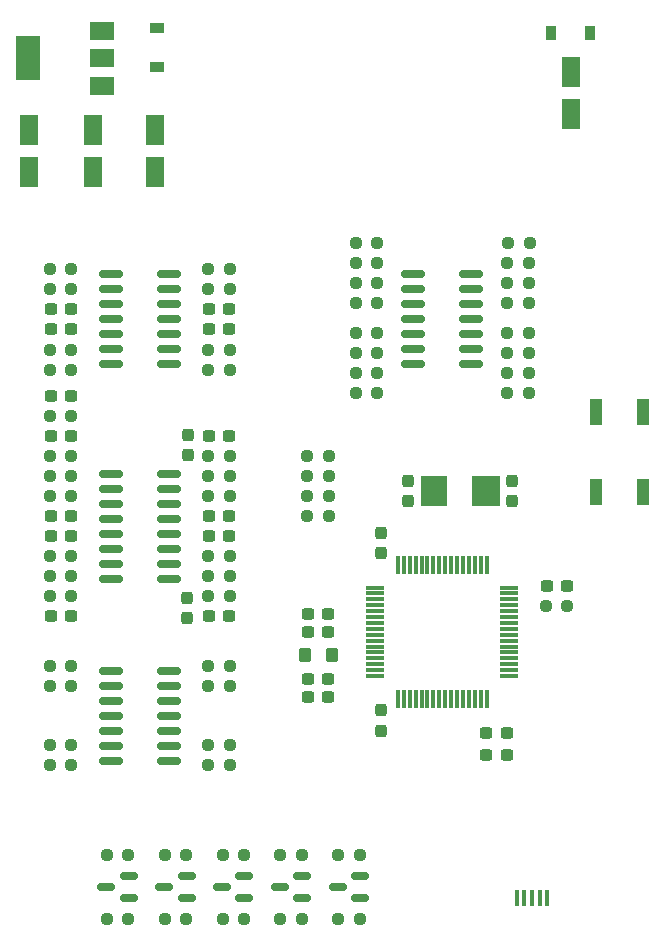
<source format=gbr>
%TF.GenerationSoftware,KiCad,Pcbnew,(5.99.0-12348-g4b436fb86d)*%
%TF.CreationDate,2021-09-23T11:19:06+01:00*%
%TF.ProjectId,Ampelope_Components,416d7065-6c6f-4706-955f-436f6d706f6e,rev?*%
%TF.SameCoordinates,Original*%
%TF.FileFunction,Paste,Top*%
%TF.FilePolarity,Positive*%
%FSLAX46Y46*%
G04 Gerber Fmt 4.6, Leading zero omitted, Abs format (unit mm)*
G04 Created by KiCad (PCBNEW (5.99.0-12348-g4b436fb86d)) date 2021-09-23 11:19:06*
%MOMM*%
%LPD*%
G01*
G04 APERTURE LIST*
G04 Aperture macros list*
%AMRoundRect*
0 Rectangle with rounded corners*
0 $1 Rounding radius*
0 $2 $3 $4 $5 $6 $7 $8 $9 X,Y pos of 4 corners*
0 Add a 4 corners polygon primitive as box body*
4,1,4,$2,$3,$4,$5,$6,$7,$8,$9,$2,$3,0*
0 Add four circle primitives for the rounded corners*
1,1,$1+$1,$2,$3*
1,1,$1+$1,$4,$5*
1,1,$1+$1,$6,$7*
1,1,$1+$1,$8,$9*
0 Add four rect primitives between the rounded corners*
20,1,$1+$1,$2,$3,$4,$5,0*
20,1,$1+$1,$4,$5,$6,$7,0*
20,1,$1+$1,$6,$7,$8,$9,0*
20,1,$1+$1,$8,$9,$2,$3,0*%
G04 Aperture macros list end*
%ADD10RoundRect,0.150000X0.587500X0.150000X-0.587500X0.150000X-0.587500X-0.150000X0.587500X-0.150000X0*%
%ADD11RoundRect,0.250000X0.550000X-1.050000X0.550000X1.050000X-0.550000X1.050000X-0.550000X-1.050000X0*%
%ADD12RoundRect,0.237500X-0.300000X-0.237500X0.300000X-0.237500X0.300000X0.237500X-0.300000X0.237500X0*%
%ADD13RoundRect,0.237500X-0.250000X-0.237500X0.250000X-0.237500X0.250000X0.237500X-0.250000X0.237500X0*%
%ADD14RoundRect,0.237500X0.250000X0.237500X-0.250000X0.237500X-0.250000X-0.237500X0.250000X-0.237500X0*%
%ADD15RoundRect,0.237500X-0.237500X0.300000X-0.237500X-0.300000X0.237500X-0.300000X0.237500X0.300000X0*%
%ADD16RoundRect,0.250000X-0.275000X-0.350000X0.275000X-0.350000X0.275000X0.350000X-0.275000X0.350000X0*%
%ADD17RoundRect,0.150000X-0.825000X-0.150000X0.825000X-0.150000X0.825000X0.150000X-0.825000X0.150000X0*%
%ADD18R,0.400000X1.350000*%
%ADD19RoundRect,0.250000X-0.550000X1.050000X-0.550000X-1.050000X0.550000X-1.050000X0.550000X1.050000X0*%
%ADD20RoundRect,0.237500X0.300000X0.237500X-0.300000X0.237500X-0.300000X-0.237500X0.300000X-0.237500X0*%
%ADD21RoundRect,0.075000X-0.075000X0.700000X-0.075000X-0.700000X0.075000X-0.700000X0.075000X0.700000X0*%
%ADD22RoundRect,0.075000X-0.700000X0.075000X-0.700000X-0.075000X0.700000X-0.075000X0.700000X0.075000X0*%
%ADD23R,2.325000X2.500000*%
%ADD24R,2.375000X2.500000*%
%ADD25R,1.200000X0.900000*%
%ADD26R,2.000000X1.500000*%
%ADD27R,2.000000X3.800000*%
%ADD28R,1.000000X2.200000*%
%ADD29RoundRect,0.237500X0.237500X-0.300000X0.237500X0.300000X-0.237500X0.300000X-0.237500X-0.300000X0*%
%ADD30R,0.900000X1.200000*%
G04 APERTURE END LIST*
D10*
%TO.C,Q5*%
X134650000Y-126150000D03*
X134650000Y-124250000D03*
X132775000Y-125200000D03*
%TD*%
%TO.C,Q4*%
X129750000Y-126150000D03*
X129750000Y-124250000D03*
X127875000Y-125200000D03*
%TD*%
%TO.C,Q3*%
X124850000Y-126150000D03*
X124850000Y-124250000D03*
X122975000Y-125200000D03*
%TD*%
%TO.C,Q2*%
X119950000Y-126150000D03*
X119950000Y-124250000D03*
X118075000Y-125200000D03*
%TD*%
%TO.C,Q1*%
X115050000Y-126150000D03*
X115050000Y-124250000D03*
X113175000Y-125200000D03*
%TD*%
D11*
%TO.C,C4*%
X152500000Y-59800000D03*
X152500000Y-56200000D03*
%TD*%
D12*
%TO.C,C18*%
X108437500Y-87000000D03*
X110162500Y-87000000D03*
%TD*%
D13*
%TO.C,R60*%
X147187500Y-70700000D03*
X149012500Y-70700000D03*
%TD*%
D14*
%TO.C,R6*%
X123612500Y-74600000D03*
X121787500Y-74600000D03*
%TD*%
D13*
%TO.C,R59*%
X147087500Y-81700000D03*
X148912500Y-81700000D03*
%TD*%
D15*
%TO.C,C21*%
X120000000Y-100737500D03*
X120000000Y-102462500D03*
%TD*%
D13*
%TO.C,R51*%
X147087500Y-83400000D03*
X148912500Y-83400000D03*
%TD*%
%TO.C,R4*%
X108387500Y-79700000D03*
X110212500Y-79700000D03*
%TD*%
%TO.C,R46*%
X147087500Y-74100000D03*
X148912500Y-74100000D03*
%TD*%
D15*
%TO.C,C24*%
X147550000Y-90837500D03*
X147550000Y-92562500D03*
%TD*%
D13*
%TO.C,R12*%
X123000000Y-127900000D03*
X124825000Y-127900000D03*
%TD*%
D16*
%TO.C,L1*%
X129950000Y-105600000D03*
X132250000Y-105600000D03*
%TD*%
D14*
%TO.C,R19*%
X110212500Y-108200000D03*
X108387500Y-108200000D03*
%TD*%
D12*
%TO.C,C20*%
X108437500Y-83600000D03*
X110162500Y-83600000D03*
%TD*%
%TO.C,C28*%
X108437500Y-93800000D03*
X110162500Y-93800000D03*
%TD*%
D13*
%TO.C,R21*%
X121787500Y-113200000D03*
X123612500Y-113200000D03*
%TD*%
%TO.C,R3*%
X108387500Y-81400000D03*
X110212500Y-81400000D03*
%TD*%
D17*
%TO.C,U6*%
X139125000Y-73290000D03*
X139125000Y-74560000D03*
X139125000Y-75830000D03*
X139125000Y-77100000D03*
X139125000Y-78370000D03*
X139125000Y-79640000D03*
X139125000Y-80910000D03*
X144075000Y-80910000D03*
X144075000Y-79640000D03*
X144075000Y-78370000D03*
X144075000Y-77100000D03*
X144075000Y-75830000D03*
X144075000Y-74560000D03*
X144075000Y-73290000D03*
%TD*%
D18*
%TO.C,J8*%
X147900000Y-126150000D03*
X148550000Y-126150000D03*
X149200000Y-126150000D03*
X149850000Y-126150000D03*
X150500000Y-126150000D03*
%TD*%
D19*
%TO.C,C3*%
X117300000Y-61100000D03*
X117300000Y-64700000D03*
%TD*%
D13*
%TO.C,R29*%
X108387500Y-88700000D03*
X110212500Y-88700000D03*
%TD*%
D17*
%TO.C,U2*%
X113525000Y-90255000D03*
X113525000Y-91525000D03*
X113525000Y-92795000D03*
X113525000Y-94065000D03*
X113525000Y-95335000D03*
X113525000Y-96605000D03*
X113525000Y-97875000D03*
X113525000Y-99145000D03*
X118475000Y-99145000D03*
X118475000Y-97875000D03*
X118475000Y-96605000D03*
X118475000Y-95335000D03*
X118475000Y-94065000D03*
X118475000Y-92795000D03*
X118475000Y-91525000D03*
X118475000Y-90255000D03*
%TD*%
D14*
%TO.C,R43*%
X136112500Y-74100000D03*
X134287500Y-74100000D03*
%TD*%
D13*
%TO.C,R32*%
X121787500Y-90400000D03*
X123612500Y-90400000D03*
%TD*%
%TO.C,R26*%
X121787500Y-106500000D03*
X123612500Y-106500000D03*
%TD*%
%TO.C,R45*%
X147087500Y-80000000D03*
X148912500Y-80000000D03*
%TD*%
D14*
%TO.C,R34*%
X110212500Y-90400000D03*
X108387500Y-90400000D03*
%TD*%
%TO.C,R20*%
X110212500Y-113200000D03*
X108387500Y-113200000D03*
%TD*%
D19*
%TO.C,C2*%
X112000000Y-61100000D03*
X112000000Y-64700000D03*
%TD*%
D13*
%TO.C,R1*%
X108387500Y-72900000D03*
X110212500Y-72900000D03*
%TD*%
D14*
%TO.C,R39*%
X132012500Y-92100000D03*
X130187500Y-92100000D03*
%TD*%
D13*
%TO.C,R52*%
X147087500Y-72400000D03*
X148912500Y-72400000D03*
%TD*%
D15*
%TO.C,C23*%
X136400000Y-95237500D03*
X136400000Y-96962500D03*
%TD*%
D14*
%TO.C,R24*%
X110212500Y-114900000D03*
X108387500Y-114900000D03*
%TD*%
D20*
%TO.C,C11*%
X147062500Y-112200000D03*
X145337500Y-112200000D03*
%TD*%
D14*
%TO.C,R44*%
X136112500Y-80000000D03*
X134287500Y-80000000D03*
%TD*%
%TO.C,R41*%
X132012500Y-88700000D03*
X130187500Y-88700000D03*
%TD*%
%TO.C,R36*%
X136112500Y-75800000D03*
X134287500Y-75800000D03*
%TD*%
D13*
%TO.C,R31*%
X108387500Y-85300000D03*
X110212500Y-85300000D03*
%TD*%
%TO.C,R14*%
X108387500Y-100600000D03*
X110212500Y-100600000D03*
%TD*%
%TO.C,R48*%
X132800000Y-127900000D03*
X134625000Y-127900000D03*
%TD*%
%TO.C,R16*%
X118100000Y-122500000D03*
X119925000Y-122500000D03*
%TD*%
D14*
%TO.C,R55*%
X110212500Y-97200000D03*
X108387500Y-97200000D03*
%TD*%
D19*
%TO.C,C1*%
X106600000Y-61100000D03*
X106600000Y-64700000D03*
%TD*%
D14*
%TO.C,R35*%
X132012500Y-93800000D03*
X130187500Y-93800000D03*
%TD*%
D21*
%TO.C,U1*%
X145350000Y-97925000D03*
X144850000Y-97925000D03*
X144350000Y-97925000D03*
X143850000Y-97925000D03*
X143350000Y-97925000D03*
X142850000Y-97925000D03*
X142350000Y-97925000D03*
X141850000Y-97925000D03*
X141350000Y-97925000D03*
X140850000Y-97925000D03*
X140350000Y-97925000D03*
X139850000Y-97925000D03*
X139350000Y-97925000D03*
X138850000Y-97925000D03*
X138350000Y-97925000D03*
X137850000Y-97925000D03*
D22*
X135925000Y-99850000D03*
X135925000Y-100350000D03*
X135925000Y-100850000D03*
X135925000Y-101350000D03*
X135925000Y-101850000D03*
X135925000Y-102350000D03*
X135925000Y-102850000D03*
X135925000Y-103350000D03*
X135925000Y-103850000D03*
X135925000Y-104350000D03*
X135925000Y-104850000D03*
X135925000Y-105350000D03*
X135925000Y-105850000D03*
X135925000Y-106350000D03*
X135925000Y-106850000D03*
X135925000Y-107350000D03*
D21*
X137850000Y-109275000D03*
X138350000Y-109275000D03*
X138850000Y-109275000D03*
X139350000Y-109275000D03*
X139850000Y-109275000D03*
X140350000Y-109275000D03*
X140850000Y-109275000D03*
X141350000Y-109275000D03*
X141850000Y-109275000D03*
X142350000Y-109275000D03*
X142850000Y-109275000D03*
X143350000Y-109275000D03*
X143850000Y-109275000D03*
X144350000Y-109275000D03*
X144850000Y-109275000D03*
X145350000Y-109275000D03*
D22*
X147275000Y-107350000D03*
X147275000Y-106850000D03*
X147275000Y-106350000D03*
X147275000Y-105850000D03*
X147275000Y-105350000D03*
X147275000Y-104850000D03*
X147275000Y-104350000D03*
X147275000Y-103850000D03*
X147275000Y-103350000D03*
X147275000Y-102850000D03*
X147275000Y-102350000D03*
X147275000Y-101850000D03*
X147275000Y-101350000D03*
X147275000Y-100850000D03*
X147275000Y-100350000D03*
X147275000Y-99850000D03*
%TD*%
D23*
%TO.C,Y1*%
X140900000Y-91700000D03*
D24*
X145300000Y-91700000D03*
%TD*%
D14*
%TO.C,R28*%
X123612500Y-100600000D03*
X121787500Y-100600000D03*
%TD*%
D17*
%TO.C,U5*%
X113525000Y-73290000D03*
X113525000Y-74560000D03*
X113525000Y-75830000D03*
X113525000Y-77100000D03*
X113525000Y-78370000D03*
X113525000Y-79640000D03*
X113525000Y-80910000D03*
X118475000Y-80910000D03*
X118475000Y-79640000D03*
X118475000Y-78370000D03*
X118475000Y-77100000D03*
X118475000Y-75830000D03*
X118475000Y-74560000D03*
X118475000Y-73290000D03*
%TD*%
D13*
%TO.C,R22*%
X121787500Y-108200000D03*
X123612500Y-108200000D03*
%TD*%
D14*
%TO.C,R8*%
X123612500Y-79700000D03*
X121787500Y-79700000D03*
%TD*%
D13*
%TO.C,R11*%
X118100000Y-127900000D03*
X119925000Y-127900000D03*
%TD*%
D12*
%TO.C,C12*%
X130237500Y-102100000D03*
X131962500Y-102100000D03*
%TD*%
D14*
%TO.C,R23*%
X110212500Y-106500000D03*
X108387500Y-106500000D03*
%TD*%
%TO.C,R18*%
X129725000Y-122500000D03*
X127900000Y-122500000D03*
%TD*%
D13*
%TO.C,R49*%
X132800000Y-122500000D03*
X134625000Y-122500000D03*
%TD*%
D14*
%TO.C,R37*%
X132000000Y-90400000D03*
X130175000Y-90400000D03*
%TD*%
D13*
%TO.C,R56*%
X121787500Y-92100000D03*
X123612500Y-92100000D03*
%TD*%
D25*
%TO.C,D1*%
X117450000Y-55800000D03*
X117450000Y-52500000D03*
%TD*%
D14*
%TO.C,R54*%
X110212500Y-92100000D03*
X108387500Y-92100000D03*
%TD*%
D13*
%TO.C,R10*%
X113200000Y-127900000D03*
X115025000Y-127900000D03*
%TD*%
D14*
%TO.C,R47*%
X136112500Y-70700000D03*
X134287500Y-70700000D03*
%TD*%
D13*
%TO.C,R40*%
X147087500Y-78300000D03*
X148912500Y-78300000D03*
%TD*%
D14*
%TO.C,R38*%
X136112500Y-78300000D03*
X134287500Y-78300000D03*
%TD*%
D20*
%TO.C,C10*%
X147062500Y-114000000D03*
X145337500Y-114000000D03*
%TD*%
%TO.C,C27*%
X123562500Y-95500000D03*
X121837500Y-95500000D03*
%TD*%
D14*
%TO.C,R5*%
X123612500Y-72900000D03*
X121787500Y-72900000D03*
%TD*%
%TO.C,R30*%
X110212500Y-98900000D03*
X108387500Y-98900000D03*
%TD*%
D20*
%TO.C,C30*%
X123562500Y-93800000D03*
X121837500Y-93800000D03*
%TD*%
D15*
%TO.C,C25*%
X138700000Y-90837500D03*
X138700000Y-92562500D03*
%TD*%
D12*
%TO.C,C15*%
X130237500Y-109100000D03*
X131962500Y-109100000D03*
%TD*%
D14*
%TO.C,R9*%
X152200000Y-101400000D03*
X150375000Y-101400000D03*
%TD*%
D20*
%TO.C,C5*%
X110162500Y-76300000D03*
X108437500Y-76300000D03*
%TD*%
D13*
%TO.C,R2*%
X108387500Y-74600000D03*
X110212500Y-74600000D03*
%TD*%
%TO.C,R58*%
X134287500Y-83400000D03*
X136112500Y-83400000D03*
%TD*%
D14*
%TO.C,R33*%
X123612500Y-88700000D03*
X121787500Y-88700000D03*
%TD*%
D12*
%TO.C,C13*%
X130237500Y-103600000D03*
X131962500Y-103600000D03*
%TD*%
D26*
%TO.C,U3*%
X112800000Y-57350000D03*
D27*
X106500000Y-55050000D03*
D26*
X112800000Y-55050000D03*
X112800000Y-52750000D03*
%TD*%
D13*
%TO.C,R13*%
X127900000Y-127900000D03*
X129725000Y-127900000D03*
%TD*%
D20*
%TO.C,C16*%
X123562500Y-102300000D03*
X121837500Y-102300000D03*
%TD*%
D13*
%TO.C,R25*%
X121787500Y-114900000D03*
X123612500Y-114900000D03*
%TD*%
%TO.C,R27*%
X121787500Y-98900000D03*
X123612500Y-98900000D03*
%TD*%
D12*
%TO.C,C7*%
X121837500Y-78000000D03*
X123562500Y-78000000D03*
%TD*%
D20*
%TO.C,C9*%
X152162500Y-99700000D03*
X150437500Y-99700000D03*
%TD*%
D28*
%TO.C,RESET1*%
X154600000Y-85000000D03*
X154600000Y-91800000D03*
X158600000Y-85000000D03*
X158600000Y-91800000D03*
%TD*%
D20*
%TO.C,C6*%
X110162500Y-78000000D03*
X108437500Y-78000000D03*
%TD*%
D12*
%TO.C,C19*%
X108437500Y-102300000D03*
X110162500Y-102300000D03*
%TD*%
%TO.C,C14*%
X130237500Y-107600000D03*
X131962500Y-107600000D03*
%TD*%
D20*
%TO.C,C17*%
X123562500Y-87000000D03*
X121837500Y-87000000D03*
%TD*%
D13*
%TO.C,R15*%
X113200000Y-122500000D03*
X115025000Y-122500000D03*
%TD*%
%TO.C,R17*%
X123000000Y-122500000D03*
X124825000Y-122500000D03*
%TD*%
D12*
%TO.C,C8*%
X121837500Y-76300000D03*
X123562500Y-76300000D03*
%TD*%
D13*
%TO.C,R57*%
X134287500Y-72400000D03*
X136112500Y-72400000D03*
%TD*%
D17*
%TO.C,U4*%
X113525000Y-106890000D03*
X113525000Y-108160000D03*
X113525000Y-109430000D03*
X113525000Y-110700000D03*
X113525000Y-111970000D03*
X113525000Y-113240000D03*
X113525000Y-114510000D03*
X118475000Y-114510000D03*
X118475000Y-113240000D03*
X118475000Y-111970000D03*
X118475000Y-110700000D03*
X118475000Y-109430000D03*
X118475000Y-108160000D03*
X118475000Y-106890000D03*
%TD*%
D13*
%TO.C,R42*%
X147087500Y-75800000D03*
X148912500Y-75800000D03*
%TD*%
D29*
%TO.C,C26*%
X136400000Y-111962500D03*
X136400000Y-110237500D03*
%TD*%
D13*
%TO.C,R53*%
X121787500Y-97200000D03*
X123612500Y-97200000D03*
%TD*%
D15*
%TO.C,C22*%
X120100000Y-86937500D03*
X120100000Y-88662500D03*
%TD*%
D12*
%TO.C,C29*%
X108437500Y-95500000D03*
X110162500Y-95500000D03*
%TD*%
D30*
%TO.C,D2*%
X150850000Y-52900000D03*
X154150000Y-52900000D03*
%TD*%
D14*
%TO.C,R7*%
X123612500Y-81400000D03*
X121787500Y-81400000D03*
%TD*%
D13*
%TO.C,R50*%
X134287500Y-81700000D03*
X136112500Y-81700000D03*
%TD*%
M02*

</source>
